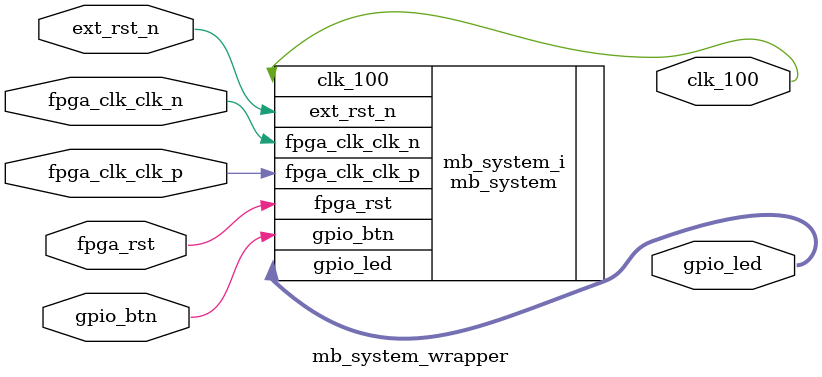
<source format=v>
`timescale 1 ps / 1 ps

module mb_system_wrapper
   (clk_100,
    ext_rst_n,
    fpga_clk_clk_n,
    fpga_clk_clk_p,
    fpga_rst,
    gpio_btn,
    gpio_led);
  output clk_100;
  input ext_rst_n;
  input fpga_clk_clk_n;
  input fpga_clk_clk_p;
  input fpga_rst;
  input gpio_btn;
  output [1:0]gpio_led;

  wire clk_100;
  wire ext_rst_n;
  wire fpga_clk_clk_n;
  wire fpga_clk_clk_p;
  wire fpga_rst;
  wire gpio_btn;
  wire [1:0]gpio_led;

  mb_system mb_system_i
       (.clk_100(clk_100),
        .ext_rst_n(ext_rst_n),
        .fpga_clk_clk_n(fpga_clk_clk_n),
        .fpga_clk_clk_p(fpga_clk_clk_p),
        .fpga_rst(fpga_rst),
        .gpio_btn(gpio_btn),
        .gpio_led(gpio_led));
endmodule

</source>
